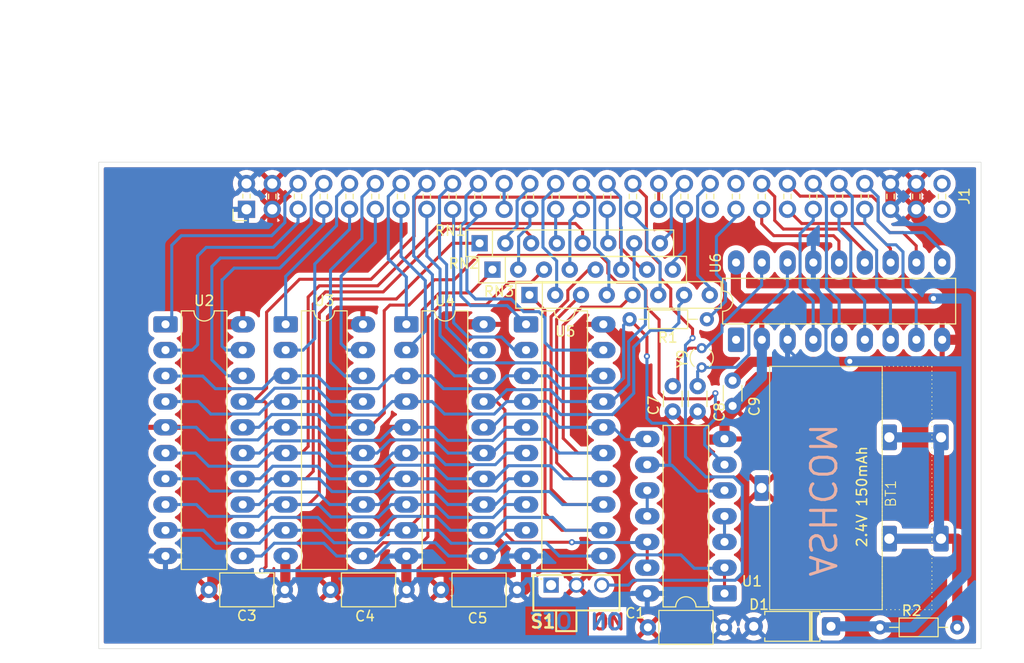
<source format=kicad_pcb>
(kicad_pcb (version 20241229) (generator "pcbnew") (generator_version "9.0")
  (title_block (title "Ashcom 512Kb Expansion for an Amiga 500") (date "2025-07-23") (rev "1") (comment 1 "Reproduction of an Ashcom 512Kb Expansion card"))
  (layers (0 "F.Cu" signal) (2 "B.Cu" signal) (13 "F.Paste" user) (15 "B.Paste" user) (5 "F.SilkS" user "F.Silkscreen") (7 "B.SilkS" user "B.Silkscreen") (1 "F.Mask" user) (3 "B.Mask" user) (25 "Edge.Cuts" user))
  (net 0 "")
  (net 1 "VCC")
  (net 2 "GND")
  (net 3 "DRD0")
  (net 4 "DRD1")
  (net 5 "DRD2")
  (net 6 "DRD3")
  (net 7 "DRD4")
  (net 8 "DRD5")
  (net 9 "DRD6")
  (net 10 "DRD7")
  (net 11 "DRD8")
  (net 12 "DRD9")
  (net 13 "DRD10")
  (net 14 "DRD11")
  (net 15 "DRD12")
  (net 16 "DRD13")
  (net 17 "DRD14")
  (net 18 "DRD15")
  (net 19 "BDRA0")
  (net 20 "BDRA1")
  (net 21 "BDRA2")
  (net 22 "BDRA3")
  (net 23 "BDRA4")
  (net 24 "BDRA5")
  (net 25 "BDRA6")
  (net 26 "BDRA7")
  (net 27 "BDRA8")
  (net 28 "~{BCASL1}")
  (net 29 "~{BCASU1}")
  (net 30 "~{BRAS1}")
  (net 31 "~{BRAS0}")
  (net 32 "~{BWE}")
  (net 33 "~{CCK_A}")
  (net 34 "A2")
  (net 35 "A3")
  (net 36 "A4")
  (net 37 "A5")
  (net 38 "~{CLKRD}")
  (net 39 "~{CLKWR}")
  (net 40 "+12V")
  (net 41 "-12V")
  (net 42 "XA2")
  (net 43 "XA3")
  (net 44 "XA4")
  (net 45 "XA5")
  (net 46 "XD0")
  (net 47 "XD1")
  (net 48 "XD2")
  (net 49 "XD3")
  (net 50 "A1")
  (net 51 "A0")
  (net 52 "A6")
  (net 53 "A7")
  (net 54 "A8")
  (net 55 "~{CASU}")
  (net 56 "~{CASL}")
  (net 57 "~{RAS}")
  (net 58 "~{EXRAM}")
  (net 59 "~{WE}")
  (net 60 "XT")
  (net 61 "~{XT}")
  (net 62 "VDD")
  (net 63 "+2.4V")
  (net 64 "~{OEU}")
  (net 65 "~{OEL}")
  (net 66 "CASU")
  (net 67 "CASL")
  (net 68 "Link_33_34")
  (net 69 "Link_21_22")
  (footprint "Capacitor_THT:C_Disc_D3.0mm_W1.6mm_P2.50mm" (layer "F.Cu") (at 134.75 80.05 -90)
    (property "Reference" "C9")
    (property "Value" "100nF")
  )
  (footprint "Capacitor_THT:C_Disc_D3.0mm_W1.6mm_P2.50mm" (layer "F.Cu") (at 128.85 80.6 -90)
    (property "Reference" "C7")
    (property "Value" "22pF")
  )
  (footprint "footprints:Varta_2.4v_150mAh" (layer "F.Cu") (at 144.1 90.65 90)
    (property "Reference" "BT1")
    (property "Value" "2.4V 150mAh")
  )
  (footprint "Crystal:Crystal_C26-LF_D2.1mm_L6.5mm_Vertical" (layer "F.Cu") (at 131.7 76.85 -90)
    (property "Reference" "Y9")
    (property "Value" "32768Hz")
  )
  (footprint "Capacitor_THT:C_Axial_L5.1mm_D3.1mm_P7.50mm_Horizontal" (layer "F.Cu") (at 126.4 104.4)
    (property "Reference" "C1")
    (property "Value" "100nF")
  )
  (footprint "Resistor_THT:R_Array_SIP8" (layer "F.Cu") (at 109.8 66.5)
    (property "Reference" "RN1")
    (property "Value" "22")
  )
  (footprint "Diode_THT:D_A-405_P7.62mm_Horizontal" (layer "F.Cu") (at 144.45 104.3 180)
    (property "Reference" "D1")
    (property "Value" "1N914")
  )
  (footprint "Package_DIP:DIP-14_W7.62mm_LongPads" (layer "F.Cu") (at 133.95 101.05 180)
    (property "Reference" "U1")
    (property "Value" "74LS00N")
  )
  (footprint "footprints:780565" (layer "F.Cu") (at 116.85 100.23)
    (property "Reference" "S1")
    (property "Value" "Enable/Disable" (hide yes))
  )
  (footprint "Package_DIP:DIP-20_W7.62mm_LongPads" (layer "F.Cu") (at 78.83 74.5)
    (property "Reference" "U2")
    (property "Value" "256kb x 4")
  )
  (footprint "Resistor_THT:R_Array_SIP8" (layer "F.Cu") (at 114.72 71.6)
    (property "Reference" "RN3")
    (property "Value" "22")
  )
  (footprint "Package_DIP:DIP-20_W7.62mm_LongPads" (layer "F.Cu") (at 102.58 74.5)
    (property "Reference" "U4")
    (property "Value" "256kb x 4")
  )
  (footprint "Connector_PinSocket_2.54mm:PinSocket_2x28_P2.54mm_Horizontal" (layer "F.Cu") (at 86.82 63.15)
    (property "Reference" "J1")
    (property "Value" "PinSocket_2x28_P2.54mm_Horizontal")
  )
  (footprint "Capacitor_THT:C_Axial_L5.1mm_D3.1mm_P7.50mm_Horizontal" (layer "F.Cu") (at 83.1 100.7)
    (property "Reference" "C3")
    (property "Value" "100nF")
  )
  (footprint "Package_DIP:DIP-20_W7.62mm_LongPads" (layer "F.Cu") (at 114.38 74.5)
    (property "Reference" "U5")
    (property "Value" "256kb x 4")
  )
  (footprint "Package_DIP:DIP-18_W7.62mm_LongPads" (layer "F.Cu") (at 135.09 76.02 90)
    (property "Reference" "U6")
    (property "Value" "M6242B")
  )
  (footprint "Resistor_THT:R_Axial_DIN0204_L3.6mm_D1.6mm_P7.62mm_Horizontal" (layer "F.Cu") (at 124.59 74)
    (property "Reference" "R1")
    (property "Value" "510")
  )
  (footprint "Resistor_THT:R_Axial_DIN0204_L3.6mm_D1.6mm_P7.62mm_Horizontal" (layer "F.Cu") (at 149.28 104.4)
    (property "Reference" "R2")
    (property "Value" "47")
  )
  (footprint "Resistor_THT:R_Array_SIP8" (layer "F.Cu") (at 111.07 69.1)
    (property "Reference" "RN2")
    (property "Value" "22")
  )
  (footprint "Capacitor_THT:C_Axial_L5.1mm_D3.1mm_P7.50mm_Horizontal" (layer "F.Cu") (at 95.1 100.7)
    (property "Reference" "C4")
    (property "Value" "100nF")
  )
  (footprint "Capacitor_THT:C_Disc_D3.0mm_W1.6mm_P2.50mm" (layer "F.Cu") (at 131.3 80.6 -90)
    (property "Reference" "C8")
    (property "Value" "22pF")
  )
  (footprint "Package_DIP:DIP-20_W7.62mm_LongPads" (layer "F.Cu") (at 90.68 74.5)
    (property "Reference" "U3")
    (property "Value" "256kb x 4")
  )
  (footprint "Capacitor_THT:C_Axial_L5.1mm_D3.1mm_P7.50mm_Horizontal" (layer "F.Cu") (at 106 100.7)
    (property "Reference" "C5")
    (property "Value" "100nF")
  )
  (gr_rect (start 72.25 58.5) (end 159.25 106.5) (stroke (width 0.05)) (fill no) (layer "Edge.Cuts"))
  (gr_text "ON" (at 120.75 104.75 0) (layer "F.Cu") (effects (font (size 1.5 1.5) (thickness 0.3) (bold yes)) (justify left bottom)))
  (gr_text "OFF" (at 119.1 104.7 0) (layer "B.Cu") (effects (font (size 1.5 1.5) (thickness 0.3) (bold yes)) (justify left bottom mirror)))
  (gr_text "ON" (at 124.1 104.75 0) (layer "B.Cu") (effects (font (size 1.5 1.5) (thickness 0.3) (bold yes)) (justify left bottom mirror)))
  (gr_text "ASHCOM" (at 142.1 99.6 270) (layer "B.SilkS") (effects (font (size 2.5 2.5) (thickness 0.3)) (justify left bottom mirror)))
  (segment (start 114.38 97.36) (end 114.38 100.57) (width 1) (layer "F.Cu") (net 1))
  (segment (start 114.25 100.25) (end 114.35 100.15) (width 1) (layer "F.Cu") (net 1))
  (segment (start 150.32 60.61) (end 150.32 63.15) (width 1) (layer "F.Cu") (net 1))
  (segment (start 102.58 97.36) (end 102.58 100.68) (width 1) (layer "F.Cu") (net 1))
  (segment (start 114.38 100.57) (end 114.25 100.7) (width 1) (layer "F.Cu") (net 1))
  (segment (start 114.25 100.7) (end 114.25 100.25) (width 1) (layer "F.Cu") (net 1))
  (segment (start 90.65 100.75) (end 90.65 97.39) (width 1) (layer "F.Cu") (net 1))
  (segment (start 102.58 100.68) (end 102.65 100.75) (width 1) (layer "F.Cu") (net 1))
  (segment (start 90.65 97.39) (end 90.68 97.36) (width 1) (layer "F.Cu") (net 1))
  (segment (start 143.95 77.7) (end 143.95 72.1) (width 0.3) (layer "B.Cu") (net 1))
  (segment (start 140.15 76.9) (end 141.4 78.15) (width 0.3) (layer "B.Cu") (net 1))
  (segment (start 143.95 72.1) (end 142.69 70.84) (width 0.3) (layer "B.Cu") (net 1))
  (segment (start 142.97 68.58) (end 142.95 68.6) (width 1) (layer "B.Cu") (net 1))
  (segment (start 142.69 70.84) (end 142.69 68.4) (width 0.3) (layer "B.Cu") (net 1))
  (segment (start 143.5 78.15) (end 143.95 77.7) (width 0.3) (layer "B.Cu") (net 1))
  (segment (start 140.15 76.02) (end 140.15 76.9) (width 1) (layer "B.Cu") (net 1))
  (segment (start 102.45 97.49) (end 102.58 97.36) (width 1) (layer "B.Cu") (net 1))
  (segment (start 141.4 78.15) (end 143.5 78.15) (width 0.3) (layer "B.Cu") (net 1))
  (segment (start 83.45 70.8) (end 89.36 64.89) (width 1) (layer "F.Cu") (net 2))
  (segment (start 95.65 74.5) (end 95.65 100.8) (width 1) (layer "F.Cu") (net 2))
  (segment (start 83.45 74.5) (end 83.45 70.8) (width 1) (layer "F.Cu") (net 2))
  (segment (start 152.86 64.01) (end 152.86 63.15) (width 1) (layer "F.Cu") (net 2))
  (segment (start 122.05 74.5) (end 122 74.5) (width 1) (layer "F.Cu") (net 2))
  (segment (start 157.72 76.02) (end 155.39 76.02) (width 1) (layer "F.Cu") (net 2))
  (segment (start 128.05 84.15) (end 124.2 84.15) (width 1) (layer "F.Cu") (net 2))
  (segment (start 133.95 84) (end 135.95 82) (width 1) (layer "F.Cu") (net 2))
  (segment (start 83.45 74.5) (end 86.45 74.5) (width 1) (layer "F.Cu") (net 2))
  (segment (start 157.75 76.05) (end 157.72 76.02) (width 1) (layer "F.Cu") (net 2))
  (segment (start 110.2 74.5) (end 107.05 74.5) (width 1) (layer "F.Cu") (net 2))
  (segment (start 133.95 85.87) (end 133.95 84) (width 1) (layer "F.Cu") (net 2))
  (segment (start 152.86 60.61) (end 152.86 63.15) (width 1) (layer "F.Cu") (net 2))
  (segment (start 135.95 82) (end 155.15 82) (width 1) (layer "F.Cu") (net 2))
  (segment (start 89.36 64.89) (end 89.36 63.15) (width 1) (layer "F.Cu") (net 2))
  (segment (start 133.95 85.87) (end 129.77 85.87) (width 1) (layer "F.Cu") (net 2))
  (segment (start 155.15 82) (end 155.15 81.9) (width 1) (layer "F.Cu") (net 2))
  (segment (start 122.15 74.5) (end 122 74.5) (width 1) (layer "F.Cu") (net 2))
  (segment (start 107.05 74.5) (end 106.75 74.8) (width 1) (layer "F.Cu") (net 2))
  (segment (start 157.75 79.3) (end 157.75 76.05) (width 1) (layer "F.Cu") (net 2))
  (segment (start 106.75 100.5) (end 107 100.75) (width 1) (layer "F.Cu") (net 2))
  (segment (start 124.2 76.55) (end 122.15 74.5) (width 1) (layer "F.Cu") (net 2))
  (segment (start 157.75 65.05) (end 153.9 65.05) (width 1) (layer "F.Cu") (net 2))
  (segment (start 98.3 74.5) (end 95.65 74.5) (width 1) (layer "F.Cu") (net 2))
  (segment (start 153.9 65.05) (end 152.86 64.01) (width 1) (layer "F.Cu") (net 2))
  (segment (start 89.36 60.61) (end 89.36 63.15) (width 1) (layer "F.Cu") (net 2))
  (segment (start 129.77 85.87) (end 128.05 84.15) (width 1) (layer "F.Cu") (net 2))
  (segment (start 83.45 100.75) (end 83.45 74.5) (width 1) (layer "F.Cu") (net 2))
  (segment (start 155.15 81.9) (end 157.75 79.3) (width 1) (layer "F.Cu") (net 2))
  (segment (start 106.75 74.8) (end 106.75 100.5) (width 1) (layer "F.Cu") (net 2))
  (segment (start 133.95 85.87) (end 133.42 85.87) (width 1) (layer "F.Cu") (net 2))
  (segment (start 157.75 76.05) (end 157.75 65.05) (width 1) (layer "F.Cu") (net 2))
  (segment (start 124.2 84.15) (end 124.2 76.55) (width 1) (layer "F.Cu") (net 2))
  (segment (start 112.3942 84.66) (end 114.38 84.66) (width 0.3) (layer "B.Cu") (net 2))
  (segment (start 89.19 84.66) (end 87.95 85.9) (width 0.3) (layer "B.Cu") (net 2))
  (segment (start 83.1 85.9) (end 81.86 84.66) (width 0.3) (layer "B.Cu") (net 2))
  (segment (start 100 85.95) (end 101.29 84.66) (width 0.3) (layer "B.Cu") (net 2))
  (segment (start 102.58 84.66) (end 105.36 84.66) (width 0.3) (layer "B.Cu") (net 2))
  (segment (start 106.65 85.95) (end 111.1042 85.95) (width 0.3) (layer "B.Cu") (net 2))
  (segment (start 111.1042 85.95) (end 112.3942 84.66) (width 0.3) (layer "B.Cu") (net 2))
  (segment (start 90.68 84.66) (end 93.81 84.66) (width 0.3) (layer "B.Cu") (net 2))
  (segment (start 137.63 76.02) (end 137.63 79.67) (width 1) (layer "B.Cu") (net 2))
  (segment (start 101.29 84.66) (end 102.58 84.66) (width 0.3) (layer "B.Cu") (net 2))
  (segment (start 90.68 84.66) (end 89.19 84.66) (width 0.3) (layer "B.Cu") (net 2))
  (segment (start 95.1 85.95) (end 100 85.95) (width 0.3) (layer "B.Cu") (net 2))
  (segment (start 93.81 84.66) (end 95.1 85.95) (width 0.3) (layer "B.Cu") (net 2))
  (segment (start 105.36 84.66) (end 106.65 85.95) (width 0.3) (layer "B.Cu") (net 2))
  (segment (start 87.95 85.9) (end 83.1 85.9) (width 0.3) (layer "B.Cu") (net 2))
  (segment (start 137.63 79.67) (end 134.75 82.55) (width 1) (layer "B.Cu") (net 2))
  (segment (start 81.86 84.66) (end 78.83 84.66) (width 0.3) (layer "B.Cu") (net 2))
  (segment (start 81.46 77.04) (end 78.83 77.04) (width 0.3) (layer "B.Cu") (net 3))
  (segment (start 82 67.75) (end 82 76.5) (width 0.3) (layer "B.Cu") (net 3))
  (segment (start 91.9 64.451041) (end 89.451041 66.9) (width 0.3) (layer "B.Cu") (net 3))
  (segment (start 89.451041 66.9) (end 82.85 66.9) (width 0.3) (layer "B.Cu") (net 3))
  (segment (start 91.9 63.15) (end 91.9 64.451041) (width 0.3) (layer "B.Cu") (net 3))
  (segment (start 82 76.5) (end 81.46 77.04) (width 0.3) (layer "B.Cu") (net 3))
  (segment (start 82.85 66.9) (end 82 67.75) (width 0.3) (layer "B.Cu") (net 3))
  (segment (start 79.45 73.88) (end 78.83 74.5) (width 0.3) (layer "B.Cu") (net 4))
  (segment (start 79.45 66.7) (end 79.45 73.88) (width 0.3) (layer "B.Cu") (net 4))
  (segment (start 80.4 65.75) (end 79.45 66.7) (width 0.3) (layer "B.Cu") (net 4))
  (segment (start 89.3 65.75) (end 80.4 65.75) (width 0.3) (layer "B.Cu") (net 4))
  (segment (start 90.6 64.45) (end 89.3 65.75) (width 0.3) (layer "B.Cu") (net 4))
  (segment (start 90.6 61.91) (end 90.6 64.45) (width 0.3) (layer "B.Cu") (net 4))
  (segment (start 91.9 60.61) (end 90.6 61.91) (width 0.3) (layer "B.Cu") (net 4))
  (segment (start 84.81 77.04) (end 86.45 77.04) (width 0.3) (layer "B.Cu") (net 5))
  (segment (start 85.6 68.95) (end 84.45 70.1) (width 0.3) (layer "B.Cu") (net 5))
  (segment (start 84.45 70.1) (end 84.4 70.1) (width 0.3) (layer "B.Cu") (net 5))
  (segment (start 84.8 77.05) (end 84.81 77.04) (width 0.3) (layer "B.Cu") (net 5))
  (segment (start 94.44 63.15) (end 94.44 64.61) (width 0.3) (layer "B.Cu") (net 5))
  (segment (start 94.44 64.61) (end 90.1 68.95) (width 0.3) (layer "B.Cu") (net 5))
  (segment (start 90.1 68.95) (end 85.6 68.95) (width 0.3) (layer "B.Cu") (net 5))
  (segment (start 84.4 70.1) (end 84.4 76.65) (width 0.3) (layer "B.Cu") (net 5))
  (segment (start 84.4 76.65) (end 84.8 77.05) (width 0.3) (layer "B.Cu") (net 5))
  (segment (start 84.25 67.95) (end 83.4 68.8) (width 0.3) (layer "B.Cu") (net 6))
  (segment (start 89.8 67.95) (end 84.25 67.95) (width 0.3) (layer "B.Cu") (net 6))
  (segment (start 94.44 60.61) (end 93.2 61.85) (width 0.3) (layer "B.Cu") (net 6))
  (segment (start 84.98 79.58) (end 86.45 79.58) (width 0.3) (layer "B.Cu") (net 6))
  (segment (start 83.4 78) (end 84.98 79.58) (width 0.3) (layer "B.Cu") (net 6))
  (segment (start 83.4 68.8) (end 83.4 78) (width 0.3) (layer "B.Cu") (net 6))
  (segment (start 93.2 64.55) (end 89.8 67.95) (width 0.3) (layer "B.Cu") (net 6))
  (segment (start 93.2 61.85) (end 93.2 64.55) (width 0.3) (layer "B.Cu") (net 6))
  (segment (start 92.41 77.04) (end 93.55 75.9) (width 0.3) (layer "B.Cu") (net 7))
  (segment (start 96.98 65.12) (end 96.98 63.15) (width 0.3) (layer "B.Cu") (net 7))
  (segment (start 93.55 68.55) (end 96.98 65.12) (width 0.3) (layer "B.Cu") (net 7))
  (segment (start 93.55 75.9) (end 93.55 68.55) (width 0.3) (layer "B.Cu") (net 7))
  (segment (start 90.68 77.04) (end 92.41 77.04) (width 0.3) (layer "B.Cu") (net 7))
  (segment (start 95.7 64.75) (end 95.7 61.89) (width 0.3) (layer "B.Cu") (net 8))
  (segment (start 90.68 69.77) (end 95.7 64.75) (width 0.3) (layer "B.Cu") (net 8))
  (segment (start 90.68 74.5) (end 90.68 69.77) (width 0.3) (layer "B.Cu") (net 8))
  (segment (start 95.7 61.89) (end 96.98 60.61) (width 0.3) (layer "B.Cu") (net 8))
  (segment (start 99.52 63.15) (end 99.52 66.38) (width 0.3) (layer "B.Cu") (net 9))
  (segment (start 96.15 69.75) (end 96.15 76.4) (width 0.3) (layer "B.Cu") (net 9))
  (segment (start 99.52 66.38) (end 96.15 69.75) (width 0.3) (layer "B.Cu") (net 9))
  (segment (start 96.79 77.04) (end 98.3 77.04) (width 0.3) (layer "B.Cu") (net 9))
  (segment (start 96.15 76.4) (end 96.79 77.04) (width 0.3) (layer "B.Cu") (net 9))
  (segment (start 96.5 79.6) (end 95.1 78.2) (width 0.3) (layer "B.Cu") (net 10))
  (segment (start 98.2 66.05) (end 98.2 61.93) (width 0.3) (layer "B.Cu") (net 10))
  (segment (start 96.52 79.58) (end 96.5 79.6) (width 0.3) (layer "B.Cu") (net 10))
  (segment (start 98.3 79.58) (end 96.52 79.58) (width 0.3) (layer "B.Cu") (net 10))
  (segment (start 95.1 78.2) (end 95.1 69.15) (width 0.3) (layer "B.Cu") (net 10))
  (segment (start 95.1 69.15) (end 98.2 66.05) (width 0.3) (layer "B.Cu") (net 10))
  (segment (start 98.2 61.93) (end 99.52 60.61) (width 0.3) (layer "B.Cu") (net 10))
  (segment (start 104.45 75.17) (end 102.58 77.04) (width 0.3) (layer "B.Cu") (net 11))
  (segment (start 102.06 63.15) (end 102.06 67.793389) (width 0.3) (layer "B.Cu") (net 11))
  (segment (start 102.06 67.793389) (end 104.45 70.183389) (width 0.3) (layer "B.Cu") (net 11))
  (segment (start 104.45 70.183389) (end 104.45 75.17) (width 0.3) (layer "B.Cu") (net 11))
  (segment (start 100.8 68.05) (end 102.58 69.83) (width 0.3) (layer "B.Cu") (net 12))
  (segment (start 102.06 60.61) (end 100.8 61.87) (width 0.3) (layer "B.Cu") (net 12))
  (segment (start 100.8 61.87) (end 100.8 68.05) (width 0.3) (layer "B.Cu") (net 12))
  (segment (start 102.58 69.83) (end 102.58 74.5) (width 0.3) (layer "B.Cu") (net 12))
  (segment (start 117.78 79.58) (end 116.5 78.3) (width 0.3) (layer "B.Cu") (net 13))
  (segment (start 105.9 75.6) (end 105.9 69.05) (width 0.3) (layer "B.Cu") (net 13))
  (segment (start 116.5 78.3) (end 108.6 78.3) (width 0.3) (layer "B.Cu") (net 13))
  (segment (start 104.6 67.75) (end 104.6 63.15) (width 0.3) (layer "B.Cu") (net 13))
  (segment (start 105.9 69.05) (end 104.6 67.75) (width 0.3) (layer "B.Cu") (net 13))
  (segment (start 108.6 78.3) (end 105.9 75.6) (width 0.3) (layer "B.Cu") (net 13))
  (segment (start 122 79.58) (end 117.78 79.58) (width 0.3) (layer "B.Cu") (net 13))
  (segment (start 103.3 67.75) (end 105.15 69.6) (width 0.3) (layer "B.Cu") (net 14))
  (segment (start 105.15 69.6) (end 105.15 77.4) (width 0.3) (layer "B.Cu") (net 14))
  (segment (start 104.6 60.61) (end 103.3 61.91) (width 0.3) (layer "B.Cu") (net 14))
  (segment (start 107.33 79.58) (end 110.2 79.58) (width 0.3) (layer "B.Cu") (net 14))
  (segment (start 105.15 77.4) (end 107.33 79.58) (width 0.3) (layer "B.Cu") (net 14))
  (segment (start 103.3 61.91) (end 103.3 67.75) (width 0.3) (layer "B.Cu") (net 14))
  (segment (start 108.65 75.75) (end 111.95 75.75) (width 0.3) (layer "B.Cu") (net 15))
  (segment (start 111.95 75.75) (end 113.24 77.04) (width 0.3) (layer "B.Cu") (net 15))
  (segment (start 107.14 63.15) (end 107.242083 63.252083) (width 0.3) (layer "B.Cu") (net 15))
  (segment (start 107.242083 74.342083) (end 108.65 75.75) (width 0.3) (layer "B.Cu") (net 15))
  (segment (start 113.24 77.04) (end 114.38 77.04) (width 0.3) (layer "B.Cu") (net 15))
  (segment (start 107.242083 63.252083) (end 107.242083 74.342083) (width 0.3) (layer "B.Cu") (net 15))
  (segment (start 105.85 67.897043) (end 106.55 68.597043) (width 0.3) (layer "B.Cu") (net 16))
  (segment (start 106.55 74.79) (end 108.8 77.04) (width 0.3) (layer "B.Cu") (net 16))
  (segment (start 105.85 61.9) (end 105.85 67.897043) (width 0.3) (layer "B.Cu") (net 16))
  (segment (start 107.14 60.61) (end 105.85 61.9) (width 0.3) (layer "B.Cu") (net 16))
  (segment (start 108.8 77.04) (end 110.2 77.04) (width 0.3) (layer "B.Cu") (net 16))
  (segment (start 106.55 68.597043) (end 106.55 74.79) (width 0.3) (layer "B.Cu") (net 16))
  (segment (start 116.99 77.04) (end 116.25 76.3) (width 0.3) (layer "B.Cu") (net 17))
  (segment (start 116.25 76.3) (end 116.25 73.85) (width 0.3) (layer "B.Cu") (net 17))
  (segment (start 108.55 71.15) (end 108.55 64.95) (width 0.3) (layer "B.Cu") (net 17))
  (segment (start 112.9 72) (end 109.4 72) (width 0.3) (layer "B.Cu") (net 17))
  (segment (start 109.4 72) (end 108.55 71.15) (width 0.3) (layer "B.Cu") (net 17))
  (segment (start 122 77.04) (end 116.99 77.04) (width 0.3) (layer "B.Cu") (net 17))
  (segment (start 108.55 64.95) (end 109.68 63.82) (width 0.3) (layer "B.Cu") (net 17))
  (segment (start 114.15 73.25) (end 112.9 72) (width 0.3) (layer "B.Cu") (net 17))
  (segment (start 116.25 73.85) (end 115.65 73.25) (width 0.3) (layer "B.Cu") (net 17))
  (segment (start 115.65 73.25) (end 114.15 73.25) (width 0.3) (layer "B.Cu") (net 17))
  (segment (start 109.68 63.82) (end 109.68 63.15) (width 0.3) (layer "B.Cu") (net 17))
  (segment (start 107.95 64.7829) (end 107.95 71.7) (width 0.3) (layer "B.Cu") (net 18))
  (segment (start 109.68 60.61) (end 108.460544 61.829456) (width 0.3) (layer "B.Cu") (net 18))
  (segment (start 108.9 72.65) (end 112.53 72.65) (width 0.3) (layer "B.Cu") (net 18))
  (segment (start 112.53 72.65) (end 114.38 74.5) (width 0.3) (layer "B.Cu") (net 18))
  (segment (start 108.460544 61.829456) (end 108.460544 64.272356) (width 0.3) (layer "B.Cu") (net 18))
  (segment (start 108.460544 64.272356) (end 107.95 64.7829) (width 0.3) (layer "B.Cu") (net 18))
  (segment (start 107.95 71.7) (end 108.9 72.65) (width 0.3) (layer "B.Cu") (net 18))
  (segment (start 114.76 64.74) (end 113.65 65.85) (width 0.3) (layer "B.Cu") (net 19))
  (segment (start 113.65 65.85) (end 113.65 68.59) (width 0.3) (layer "B.Cu") (net 19))
  (segment (start 113.65 68.59) (end 114.26 69.2) (width 0.3) (layer "B.Cu") (net 19))
  (segment (start 114.76 63.15) (end 114.76 64.74) (width 0.3) (layer "B.Cu") (net 19))
  (segment (start 113.5 62.3) (end 113.5 64.8) (width 0.3) (layer "B.Cu") (net 20))
  (segment (start 113.5 64.8) (end 112.34 65.96) (width 0.3) (layer "B.Cu") (net 20))
  (segment (start 112.34 65.96) (end 112.34 66.5) (width 0.3) (layer "B.Cu") (net 20))
  (segment (start 114.76 61.04) (end 113.5 62.3) (width 0.3) (layer "B.Cu") (net 20))
  (segment (start 114.76 60.61) (end 114.76 61.04) (width 0.3) (layer "B.Cu") (net 20))
  (segment (start 117.3 63.15) (end 117.3 66.38) (width 0.3) (layer "B.Cu") (net 21))
  (segment (start 117.3 66.38) (end 117.42 66.5) (width 0.3) (layer "B.Cu") (net 21))
  (segment (start 116.05 66.89295) (end 117.4 68.24295) (width 0.3) (layer "B.Cu") (net 22))
  (segment (start 117.3 60.61) (end 117.3 61) (width 0.3) (layer "B.Cu") (net 22))
  (segment (start 117.4 68.24295) (end 117.4 71.46) (width 0.3) (layer "B.Cu") (net 22))
  (segment (start 116.05 62.25) (end 116.05 66.89295) (width 0.3) (layer "B.Cu") (net 22))
  (segment (start 117.4 71.46) (end 117.26 71.6) (width 0.3) (layer "B.Cu") (net 22))
  (segment (start 117.3 61) (end 116.05 62.25) (width 0.3) (layer "B.Cu") (net 22))
  (segment (start 119.84 63.15) (end 118.7 64.29) (width 0.3) (layer "B.Cu") (net 23))
  (segment (start 118.7 64.29) (end 118.7 68.56) (width 0.3) (layer "B.Cu") (net 23))
  (segment (start 118.7 68.56) (end 119.34 69.2) (width 0.3) (layer "B.Cu") (net 23))
  (segment (start 121.15 61.92) (end 119.84 60.61) (width 0.3) (layer "B.Cu") (net 24))
  (segment (start 121.15 66.91295) (end 121.15 61.92) (width 0.3) (layer "B.Cu") (net 24))
  (segment (start 122.34 71.6) (end 122.55 71.39) (width 0.3) (layer "B.Cu") (net 24))
  (segment (start 122.55 71.39) (end 122.55 68.31295) (width 0.3) (layer "B.Cu") (net 24))
  (segment (start 122.55 68.31295) (end 121.15 66.91295) (width 0.3) (layer "B.Cu") (net 24))
  (segment (start 122.38 63.15) (end 122.38 66.38) (width 0.3) (layer "B.Cu") (net 25))
  (segment (start 122.38 66.38) (end 122.5 66.5) (width 0.3) (layer "B.Cu") (net 25))
  (segment (start 123.7 61.93) (end 123.7 64.85) (width 0.3) (layer "B.Cu") (net 26))
  (segment (start 123.8 68.58) (end 124.42 69.2) (width 0.3) (layer "B.Cu") (net 26))
  (segment (start 123.7 64.85) (end 123.77 64.92) (width 0.3) (layer "B.Cu") (net 26))
  (segment (start 122.38 60.61) (end 123.7 61.93) (width 0.3) (layer "B.Cu") (net 26))
  (segment (start 123.77 64.92) (end 123.77 69.1) (width 0.3) (layer "B.Cu") (net 26))
  (segment (start 124.92 63.77) (end 126.3 65.15) (width 0.3) (layer "B.Cu") (net 27))
  (segment (start 127.6 68.4) (end 127.6 71.42) (width 0.3) (layer "B.Cu") (net 27))
  (segment (start 124.92 63.15) (end 124.92 63.77) (width 0.3) (layer "B.Cu") (net 27))
  (segment (start 126.3 67.1) (end 127.6 68.4) (width 0.3) (layer "B.Cu") (net 27))
  (segment (start 126.3 65.15) (end 126.3 67.1) (width 0.3) (layer "B.Cu") (net 27))
  (segment (start 127.6 71.42) (end 127.42 71.6) (width 0.3) (layer "B.Cu") (net 27))
  (segment (start 128.85 68.35) (end 128.85 69.1) (width 0.3) (layer "B.Cu") (net 28))
  (segment (start 130 63.15) (end 130 67.2) (width 0.3) (layer "B.Cu") (net 28))
  (segment (start 130 67.2) (end 128.85 68.35) (width 0.3) (layer "B.Cu") (net 28))
  (segment (start 130 60.61) (end 128.7 61.91) (width 0.3) (layer "B.Cu") (net 29))
  (segment (start 128.7 65.38) (end 127.58 66.5) (width 0.3) (layer "B.Cu") (net 29))
  (segment (start 128.7 61.91) (end 128.7 65.38) (width 0.3) (layer "B.Cu") (net 29))
  (segment (start 132.5 71.6) (end 132.5 70.85) (width 0.3) (layer "B.Cu") (net 31))
  (segment (start 132.5 70.85) (end 131.3 69.65) (width 0.3) (layer "B.Cu") (net 31))
  (segment (start 131.3 69.65) (end 131.3 61.85) (width 0.3) (layer "B.Cu") (net 31))
  (segment (start 131.3 61.85) (end 132.54 60.61) (width 0.3) (layer "B.Cu") (net 31))
  (segment (start 134.05 70.45) (end 134.05 72.22) (width 0.3) (layer "B.Cu") (net 32))
  (segment (start 133.15 65.833592) (end 133.15 69.55) (width 0.3) (layer "B.Cu") (net 32))
  (segment (start 133.15 69.55) (end 134.05 70.45) (width 0.3) (layer "B.Cu") (net 32))
  (segment (start 135.08 63.903592) (end 133.15 65.833592) (width 0.3) (layer "B.Cu") (net 32))
  (segment (start 134.05 72.22) (end 132.22 74.05) (width 0.3) (layer "B.Cu") (net 32))
  (segment (start 135.08 63.15) (end 135.08 63.903592) (width 0.3) (layer "B.Cu") (net 32))
  (segment (start 114.15 65.1) (end 106.5 65.1) (width 0.3) (layer "F.Cu") (net 34))
  (segment (start 114.88 65.83) (end 114.15 65.1) (width 0.3) (layer "F.Cu") (net 34))
  (segment (start 114.88 66.5) (end 114.88 65.83) (width 0.3) (layer "F.Cu") (net 34))
  (segment (start 93.4 89) (end 92.66 89.74) (width 0.3) (layer "F.Cu") (net 34))
  (segment (start 106.5 65.1) (end 100.3 71.3) (width 0.3) (layer "F.Cu") (net 34))
  (segment (start 100.3 71.3) (end 94.6 71.3) (width 0.3) (layer "F.Cu") (net 34))
  (segment (start 93.4 72.5) (end 93.4 89) (width 0.3) (layer "F.Cu") (net 34))
  (segment (start 94.6 71.3) (end 93.4 72.5) (width 0.3) (layer "F.Cu") (net 34))
  (segment (start 92.66 89.74) (end 90.68 89.74) (width 0.3) (layer "F.Cu") (net 34))
  (segment (start 102.58 89.74) (end 105.39 89.74) (width 0.3) (layer "B.Cu") (net 34))
  (segment (start 90.68 89.74) (end 89.26 89.74) (width 0.3) (layer "B.Cu") (net 34))
  (segment (start 106.6 90.95) (end 111.45 90.95) (width 0.3) (layer "B.Cu") (net 34))
  (segment (start 111.45 90.95) (end 112.66 89.74) (width 0.3) (layer "B.Cu") (net 34))
  (segment (start 95.25 91) (end 99.7 91) (width 0.3) (layer "B.Cu") (net 34))
  (segment (start 88.05 90.95) (end 83.2 90.95) (width 0.3) (layer "B.Cu") (net 34))
  (segment (start 89.26 89.74) (end 88.05 90.95) (width 0.3) (layer "B.Cu") (net 34))
  (segment (start 100.96 89.74) (end 102.58 89.74) (width 0.3) (layer "B.Cu") (net 34))
  (segment (start 93.99 89.74) (end 95.25 91) (width 0.3) (layer "B.Cu") (net 34))
  (segment (start 112.66 89.74) (end 114.38 89.74) (width 0.3) (layer "B.Cu") (net 34))
  (segment (start 83.2 90.95) (end 81.99 89.74) (width 0.3) (layer "B.Cu") (net 34))
  (segment (start 105.39 89.74) (end 106.6 90.95) (width 0.3) (layer "B.Cu") (net 34))
  (segment (start 99.7 91) (end 100.96 89.74) (width 0.3) (layer "B.Cu") (net 34))
  (segment (start 90.68 89.74) (end 93.99 89.74) (width 0.3) (layer "B.Cu") (net 34))
  (segment (start 81.99 89.74) (end 78.83 89.74) (width 0.3) (layer "B.Cu") (net 34))
  (segment (start 116.25 73.13) (end 116.25 93.15) (width 0.3) (layer "F.Cu") (net 35))
  (segment (start 116.25 93.15) (end 117.92 94.82) (width 0.3) (layer "F.Cu") (net 35))
  (segment (start 117.92 94.82) (end 122 94.82) (width 0.3) (layer "F.Cu") (net 35))
  (segment (start 114.72 71.6) (end 116.25 73.13) (width 0.3) (layer "F.Cu") (net 35))
  (segment (start 89.3 93.55) (end 93.85 93.55) (width 0.3) (layer "B.Cu") (net 35))
  (segment (start 118.27 94.82) (end 122 94.82) (width 0.3) (layer "B.Cu") (net 35))
  (segment (start 95.12 94.82) (end 98.3 94.82) (width 0.3) (layer "B.Cu") (net 35))
  (segment (start 117 93.55) (end 118.27 94.82) (width 0.3) (layer "B.Cu") (net 35))
  (segment (start 106.92 94.82) (end 110.2 94.82) (width 0.3) (layer "B.Cu") (net 35))
  (segment (start 93.85 93.55) (end 95.12 94.82) (width 0.3) (layer "B.Cu") (net 35))
  (segment (start 112.45 93.55) (end 117 93.55) (width 0.3) (layer "B.Cu") (net 35))
  (segment (start 99.93 94.82) (end 101.3 93.45) (width 0.3) (layer "B.Cu") (net 35))
  (segment (start 111.18 94.82) (end 112.45 93.55) (width 0.3) (layer "B.Cu") (net 35))
  (segment (start 88.03 94.82) (end 89.3 93.55) (width 0.3) (layer "B.Cu") (net 35))
  (segment (start 86.45 94.82) (end 88.03 94.82) (width 0.3) (layer "B.Cu") (net 35))
  (segment (start 101.3 93.45) (end 105.55 93.45) (width 0.3) (layer "B.Cu") (net 35))
  (segment (start 105.55 93.45) (end 106.92 94.82) (width 0.3) (layer "B.Cu") (net 35))
  (segment (start 98.3 94.82) (end 99.93 94.82) (width 0.3) (layer "B.Cu") (net 35))
  (segment (start 110.2 94.82) (end 111.18 94.82) (width 0.3) (layer "B.Cu") (net 35))
  (segment (start 100.3 96.05) (end 98.99 97.36) (width 0.3) (layer "F.Cu") (net 36))
  (segment (start 104.7 95.45) (end 104.1 96.05) (width 0.3) (layer "F.Cu") (net 36))
  (segment (start 112.7 70.35) (end 110.482 72.568) (width 0.3) (layer "F.Cu") (net 36))
  (segment (start 105.932 72.568) (end 104.7 73.8) (width 0.3) (layer "F.Cu") (net 36))
  (segment (start 98.99 97.36) (end 98.3 97.36) (width 0.3) (layer "F.Cu") (net 36))
  (segment (start 104.7 73.8) (end 104.7 95.45) (width 0.3) (layer "F.Cu") (net 36))
  (segment (start 104.1 96.05) (end 100.3 96.05) (width 0.3) (layer "F.Cu") (net 36))
  (segment (start 114.9 70.35) (end 112.7 70.35) (width 0.3) (layer "F.Cu") (net 36))
  (segment (start 116.15 69.1) (end 114.9 70.35) (width 0.3) (layer "F.Cu") (net 36))
  (segment (start 110.482 72.568) (end 105.932 72.568) (width 0.3) (layer "F.Cu") (net 36))
  (segment (start 117.66 97.36) (end 122 97.36) (width 0.3) (layer "B.Cu") (net 36))
  (segment (start 111.09 97.36) (end 112.4 96.05) (width 0.3) (layer "B.Cu") (net 36))
  (segment (start 106.76 97.36) (end 110.2 97.36) (width 0.3) (layer "B.Cu") (net 36))
  (segment (start 101 96.05) (end 105.45 96.05) (width 0.3) (layer "B.Cu") (net 36))
  (segment (start 86.45 97.36) (end 88.29 97.36) (width 0.3) (layer "B.Cu") (net 36))
  (segment (start 105.45 96.05) (end 106.76 97.36) (width 0.3) (layer "B.Cu") (net 36))
  (segment (start 89.55 96.1) (end 94.45 96.1) (width 0.3) (layer "B.Cu") (net 36))
  (segment (start 88.29 97.36) (end 89.55 96.1) (width 0.3) (layer "B.Cu") (net 36))
  (segment (start 99.69 97.36) (end 101 96.05) (width 0.3) (layer "B.Cu") (net 36))
  (segment (start 98.3 97.36) (end 99.69 97.36) (width 0.3) (layer "B.Cu") (net 36))
  (segment (start 95.71 97.36) (end 98.3 97.36) (width 0.3) (layer "B.Cu") (net 36))
  (segment (start 112.4 96.05) (end 116.35 96.05) (width 0.3) (layer "B.Cu") (net 36))
  (segment (start 116.35 96.05) (end 117.66 97.36) (width 0.3) (layer "B.Cu") (net 36))
  (segment (start 94.45 96.1) (end 95.71 97.36) (width 0.3) (layer "B.Cu") (net 36))
  (segment (start 110.2 97.36) (end 111.09 97.36) (width 0.3) (layer "B.Cu") (net 36))
  (segment (start 117.4 88.15) (end 117.4 74) (width 0.3) (layer "F.Cu") (net 37))
  (segment (start 117.4 74) (end 119.8 71.6) (width 0.3) (layer "F.Cu") (net 37))
  (segment (start 118.99 89.74) (end 117.4 88.15) (width 0.3) (layer "F.Cu") (net 37))
  (segment (start 122 89.74) (end 118.99 89.74) (width 0.3) (layer "F.Cu") (net 37))
  (segment (start 116.8 88.45) (end 118.09 89.74) (width 0.3) (layer "B.Cu") (net 37))
  (segment (start 106.64 89.74) (end 110.2 89.74) (width 0.3) (layer "B.Cu") (net 37))
  (segment (start 110.2 89.74) (end 111.36 89.74) (width 0.3) (layer "B.Cu") (net 37))
  (segment (start 93.8 88.5) (end 95.04 89.74) (width 0.3) (layer "B.Cu") (net 37))
  (segment (start 111.36 89.74) (end 112.65 88.45) (width 0.3) (layer "B.Cu") (net 37))
  (segment (start 105.3 88.4) (end 106.64 89.74) (width 0.3) (layer "B.Cu") (net 37))
  (segment (start 112.65 88.45) (end 116.8 88.45) (width 0.3) (layer "B.Cu") (net 37))
  (segment (start 88.16 89.74) (end 89.4 88.5) (width 0.3) (layer "B.Cu") (net 37))
  (segment (start 95.04 89.74) (end 98.3 89.74) (width 0.3) (layer "B.Cu") (net 37))
  (segment (start 86.45 89.74) (end 88.16 89.74) (width 0.3) (layer "B.Cu") (net 37))
  (segment (start 101.25 88.4) (end 105.3 88.4) (width 0.3) (layer "B.Cu") (net 37))
  (segment (start 89.4 88.5) (end 93.8 88.5) (width 0.3) (layer "B.Cu") (net 37))
  (segment (start 98.3 89.74) (end 99.91 89.74) (width 0.3) (layer "B.Cu") (net 37))
  (segment (start 99.91 89.74) (end 101.25 88.4) (width 0.3) (layer "B.Cu") (net 37))
  (segment (start 118.09 89.74) (end 122 89.74) (width 0.3) (layer "B.Cu") (net 37))
  (segment (start 147.78 63.15) (end 147.78 64.48) (width 0.3) (layer "B.Cu") (net 38))
  (segment (start 151.55 70.9) (end 152.85 72.2) (width 0.3) (layer "B.Cu") (net 38))
  (segment (start 151.55 67.35) (end 151.55 70.9) (width 0.3) (layer "B.Cu") (net 38))
  (segment (start 149.95 66.65) (end 150.85 66.65) (width 0.3) (layer "B.Cu") (net 38))
  (segment (start 150.85 66.65) (end 151.55 67.35) (width 0.3) (layer "B.Cu") (net 38))
  (segment (start 147.78 64.48) (end 149.95 66.65) (width 0.3) (layer "B.Cu") (net 38))
  (segment (start 152.85 72.2) (end 152.85 76.02) (width 0.3) (layer "B.Cu") (net 38))
  (segment (start 150.25 65.45) (end 149.1 64.3) (width 0.3) (layer "B.Cu") (net 39))
  (segment (start 155.39 67.24) (end 155.39 68.4) (width 0.3) (layer "B.Cu") (net 39))
  (segment (start 153.6 65.45) (end 155.39 67.24) (width 0.3) (layer "B.Cu") (net 39))
  (segment (start 153.6 65.45) (end 150.25 65.45) (width 0.3) (layer "B.Cu") (net 39))
  (segment (start 149.1 64.3) (end 149.1 61.93) (width 0.3) (layer "B.Cu") (net 39))
  (segment (start 149.1 61.93) (end 147.78 60.61) (width 0.3) (layer "B.Cu") (net 39))
  (segment (start 141.4 70.9) (end 142.69 72.19) (width 0.3) (layer "B.Cu") (net 42))
  (segment (start 142.7 63.15) (end 142.7 64.25) (width 0.3) (layer "B.Cu") (net 42))
  (segment (start 142.69 72.19) (end 142.69 76.02) (width 0.3) (layer "B.Cu") (net 42))
  (segment (start 141.4 65.55) (end 141.4 70.9) (width 0.3) (layer "B.Cu") (net 42))
  (segment (start 142.7 64.25) (end 141.4 65.55) (width 0.3) (layer "B.Cu") (net 42))
  (segment (start 142.7 60.61) (end 144 61.91) (width 0.3) (layer "B.Cu") (net 43))
  (segment (start 145.25 72.15) (end 145.25 75.94) (width 0.3) (layer "B.Cu") (net 43))
  (segment (start 144 61.91) (end 144 70.9) (width 0.3) (layer "B.Cu") (net 43))
  (segment (start 144 70.9) (end 145.25 72.15) (width 0.3) (layer "B.Cu") (net 43))
  (segment (start 147.77 72.17) (end 147.77 76.02) (width 0.3) (layer "B.Cu") (net 44))
  (segment (start 145.24 65.14) (end 146.4 66.3) (width 0.3) (layer "B.Cu") (net 44))
  (segment (start 146.4 66.3) (end 146.4 70.8) (width 0.3) (layer "B.Cu") (net 44))
  (segment (start 145.24 63.15) (end 145.24 65.14) (width 0.3) (layer "B.Cu") (net 44))
  (segment (start 146.4 70.8) (end 147.77 72.17) (width 0.3) (layer "B.Cu") (net 44))
  (segment (start 147.6 75.75) (end 148.05 76.2) (width 0.3) (layer "B.Cu") (net 44))
  (segment (start 148.95 70.85) (end 150.31 72.21) (width 0.3) (layer "B.Cu") (net 45))
  (segment (start 145.24 60.61) (end 146.548347 61.918347) (width 0.3) (layer "B.Cu") (net 45))
  (segment (start 148.95 67.184951) (end 148.95 70.85) (width 0.3) (layer "B.Cu") (net 45))
  (segment (start 150.31 72.21) (end 150.31 76.02) (width 0.3) (layer "B.Cu") (net 45))
  (segment (start 146.548347 64.783298) (end 148.95 67.184951) (width 0.3) (layer "B.Cu") (net 45))
  (segment (start 146.548347 61.918347) (end 146.548347 64.783298) (width 0.3) (layer "B.Cu") (net 45))
  (segment (start 145.23 66.28) (end 145.23 68.4) (width 0.3) (layer "F.Cu") (net 46))
  (segment (start 144.7 65.75) (end 145.23 66.28) (width 0.3) (layer "F.Cu") (net 46))
  (segment (start 137.62 64.567154) (end 138.802846 65.75) (width 0.3) (layer "F.Cu") (net 46))
  (segment (start 137.62 63.15) (end 137.62 64.567154) (width 0.3) (layer "F.Cu") (net 46))
  (segment (start 138.802846 65.75) (end 144.7 65.75) (width 0.3) (layer "F.Cu") (net 46))
  (segment (start 137.62 60.61) (end 138.9 61.89) (width 0.3) (layer "F.Cu") (net 47))
  (segment (start 138.9 61.89) (end 138.9 64.25) (width 0.3) (layer "F.Cu") (net 47))
  (segment (start 147.77 67.27) (end 147.77 68.4) (width 0.3) (layer "F.Cu") (net 47))
  (segment (start 138.9 64.25) (end 139.75 65.1) (width 0.3) (layer "F.Cu") (net 47))
  (segment (start 145.6 65.1) (end 147.77 67.27) (width 0.3) (layer "F.Cu") (net 47))
  (segment (start 139.75 65.1) (end 145.6 65.1) (width 0.3) (layer "F.Cu") (net 47))
  (segment (start 147.85 64.55) (end 150.31 67.01) (width 0.3) (layer "F.Cu") (net 48))
  (segment (start 141.56 64.55) (end 147.85 64.55) (width 0.3) (layer "F.Cu") (net 48))
  (segment (start 140.16 63.15) (end 141.56 64.55) (width 0.3) (layer "F.Cu") (net 48))
  (segment (start 150.31 67.01) (end 150.31 68.4) (width 0.3) (layer "F.Cu") (net 48))
  (segment (start 152.85 66.75) (end 152.85 68.4) (width 0.3) (layer "F.Cu") (net 49))
  (segment (start 149.1 64.3) (end 150.25 65.45) (width 0.3) (layer "F.Cu") (net 49))
  (segment (start 149.1 62.45) (end 149.1 64.3) (width 0.3) (layer "F.Cu") (net 49))
  (segment (start 141.4 61.85) (end 148.5 61.85) (width 0.3) (layer "F.Cu") (net 49))
  (segment (start 148.5 61.85) (end 149.1 62.45) (width 0.3) (layer "F.Cu") (net 49))
  (segment (start 140.16 60.61) (end 141.4 61.85) (width 0.3) (layer "F.Cu") (net 49))
  (segment (start 150.25 65.45) (end 151.55 65.45) (width 0.3) (layer "F.Cu") (net 49))
  (segment (start 151.55 65.45) (end 152.85 66.75) (width 0.3) (layer "F.Cu") (net 49))
  (segment (start 107.1 66.5) (end 101.6 72) (width 0.3) (layer "F.Cu") (net 50))
  (segment (start 95.4 72) (end 94 73.4) (width 0.3) (layer "F.Cu") (net 50))
  (segment (start 94 73.4) (end 94 91.2) (width 0.3) (layer "F.Cu") (net 50))
  (segment (start 92.92 92.28) (end 90.68 92.28) (width 0.3) (layer "F.Cu") (net 50))
  (segment (start 94 91.2) (end 92.92 92.28) (width 0.3) (layer "F.Cu") (net 50))
  (segment (start 101.6 72) (end 95.4 72) (width 0.3) (layer "F.Cu") (net 50))
  (segment (start 109.8 66.5) (end 107.1 66.5) (width 0.3) (layer "F.Cu") (net 50))
  (segment (start 112.42 92.28) (end 114.38 92.28) (width 0.3) (layer "B.Cu") (net 50))
  (segment (start 102.58 92.28) (end 105.48 92.28) (width 0.3) (layer "B.Cu") (net 50))
  (segment (start 99.75 93.5) (end 99.8 93.55) (width 0.3) (layer "B.Cu") (net 50))
  (segment (start 83.05 93.45) (end 81.88 92.28) (width 0.3) (layer "B.Cu") (net 50))
  (segment (start 89.17 92.28) (end 88 93.45) (width 0.3) (layer "B.Cu") (net 50))
  (segment (start 99.8 93.55) (end 101.07 92.28) (width 0.3) (layer "B.Cu") (net 50))
  (segment (start 101.07 92.28) (end 102.58 92.28) (width 0.3) (layer "B.Cu") (net 50))
  (segment (start 90.68 92.28) (end 89.17 92.28) (width 0.3) (layer "B.Cu") (net 50))
  (segment (start 93.93 92.28) (end 95.15 93.5) (width 0.3) (layer "B.Cu") (net 50))
  (segment (start 90.68 92.28) (end 93.93 92.28) (width 0.3) (layer "B.Cu") (net 50))
  (segment (start 88 93.45) (end 83.05 93.45) (width 0.3) (layer "B.Cu") (net 50))
  (segment (start 106.75 93.55) (end 111.15 93.55) (width 0.3) (layer "B.Cu") (net 50))
  (segment (start 81.88 92.28) (end 78.83 92.28) (width 0.3) (layer "B.Cu") (net 50))
  (segment (start 105.48 92.28) (end 106.75 93.55) (width 0.3) (layer "B.Cu") (net 50))
  (segment (start 95.15 93.5) (end 99.75 93.5) (width 0.3) (layer "B.Cu") (net 50))
  (segment (start 111.15 93.55) (end 112.42 92.28) (width 0.3) (layer "B.Cu") (net 50))
  (segment (start 111.07 69.1) (end 111.07 69.23) (width 0.3) (layer "F.Cu") (net 51))
  (segment (start 104.15 73.1) (end 104.15 93.25) (width 0.3) (layer "F.Cu") (net 51))
  (segment (start 108.9 71.4) (end 105.85 71.4) (width 0.3) (layer "F.Cu") (net 51))
  (segment (start 104.15 93.25) (end 102.58 94.82) (width 0.3) (layer "F.Cu") (net 51))
  (segment (start 105.85 71.4) (end 104.15 73.1) (width 0.3) (layer "F.Cu") (net 51))
  (segment (start 111.07 69.23) (end 108.9 71.4) (width 0.3) (layer "F.Cu") (net 51))
  (segment (start 100.98 94.82) (end 102.58 94.82) (width 0.3) (layer "B.Cu") (net 51))
  (segment (start 82.57 94.82) (end 78.83 94.82) (width 0.3) (layer "B.Cu") (net 51))
  (segment (start 88.1 96.1) (end 83.85 96.1) (width 0.3) (layer "B.Cu") (net 51))
  (segment (start 90.68 94.82) (end 94.22 94.82) (width 0.3) (layer "B.Cu") (net 51))
  (segment (start 90.68 94.82) (end 89.38 94.82) (width 0.3) (layer "B.Cu") (net 51))
  (segment (start 89.38 94.82) (end 88.1 96.1) (width 0.3) (layer "B.Cu") (net 51))
  (segment (start 112.48 94.82) (end 114.38 94.82) (width 0.3) (layer "B.Cu") (net 51))
  (segment (start 111.2 96.1) (end 112.48 94.82) (width 0.3) (layer "B.Cu") (net 51))
  (segment (start 102.58 94.82) (end 105.72 94.82) (width 0.3) (layer "B.Cu") (net 51))
  (segment (start 107 96.1) (end 111.2 96.1) (width 0.3) (layer "B.Cu") (net 51))
  (segment (start 83.85 96.1) (end 82.57 94.82) (width 0.3) (layer "B.Cu") (net 51))
  (segment (start 94.22 94.82) (end 95.45 96.05) (width 0.3) (layer "B.Cu") (net 51))
  (segment (start 105.72 94.82) (end 107 96.1) (width 0.3) (layer "B.Cu") (net 51))
  (segment (start 99.75 96.05) (end 100.98 94.82) (width 0.3) (layer "B.Cu") (net 51))
  (segment (start 95.45 96.05) (end 99.75 96.05) (width 0.3) (layer "B.Cu") (net 51))
  (segment (start 92.9 86.55) (end 92.9 71.8) (width 0.3) (layer "F.Cu") (net 52))
  (segment (start 92.25 87.2) (end 92.9 86.55) (width 0.3) (layer "F.Cu") (net 52))
  (segment (start 92.9 71.8) (end 94 70.7) (width 0.3) (layer "F.Cu") (net 52))
  (segment (start 90.68 87.2) (end 92.25 87.2) (width 0.3) (layer "F.Cu") (net 52))
  (segment (start 105.9 64.55) (end 119.25 64.55) (width 0.3) (layer "F.Cu") (net 52))
  (segment (start 119.96 65.26) (end 119.96 66.5) (width 0.3) (layer "F.Cu") (net 52))
  (segment (start 94 70.7) (end 99.75 70.7) (width 0.3) (layer "F.Cu") (net 52))
  (segment (start 119.25 64.55) (end 119.96 65.26) (width 0.3) (layer "F.Cu") (net 52))
  (segment (start 99.75 70.7) (end 105.9 64.55) (width 0.3) (layer "F.Cu") (net 52))
  (segment (start 99.95 88.5) (end 101.25 87.2) (width 0.3) (layer "B.Cu") (net 52))
  (segment (start 111.35 88.35) (end 112.5 87.2) (width 0.3) (layer "B.Cu") (net 52))
  (segment (start 102.58 87.2) (end 105.3 87.2) (width 0.3) (layer "B.Cu") (net 52))
  (segment (start 81.8 87.2) (end 78.83 87.2) (width 0.3) (layer "B.Cu") (net 52))
  (segment (start 94 87.2) (end 95.3 88.5) (width 0.3) (layer "B.Cu") (net 52))
  (segment (start 106.45 88.35) (end 111.35 88.35) (width 0.3) (layer "B.Cu") (net 52))
  (segment (start 90.68 87.2) (end 94 87.2) (width 0.3) (layer "B.Cu") (net 52))
  (segment (start 83.1 88.5) (end 81.8 87.2) (width 0.3) (layer "B.Cu") (net 52))
  (segment (start 87.95 88.5) (end 83.1 88.5) (width 0.3) (layer "B.Cu") (net 52))
  (segment (start 101.25 87.2) (end 102.58 87.2) (width 0.3) (layer "B.Cu") (net 52))
  (segment (start 105.3 87.2) (end 106.45 88.35) (width 0.3) (layer "B.Cu") (net 52))
  (segment (start 95.3 88.5) (end 99.95 88.5) (width 0.3) (layer "B.Cu") (net 52))
  (segment (start 89.25 87.2) (end 87.95 88.5) (width 0.3) (layer "B.Cu") (net 52))
  (segment (start 112.5 87.2) (end 114.38 87.2) (width 0.3) (layer "B.Cu") (net 52))
  (segment (start 90.68 87.2) (end 89.25 87.2) (width 0.3) (layer "B.Cu") (net 52))
  (segment (start 122 92.28) (end 118.38 92.28) (width 0.3) (layer "F.Cu") (net 53))
  (segment (start 116.85 90.75) (end 116.85 73.75) (width 0.3) (layer "F.Cu") (net 53))
  (segment (start 118.5 71.15) (end 120.55 69.1) (width 0.3) (layer "F.Cu") (net 53))
  (segment (start 116.85 73.75) (end 118.5 72.1) (width 0.3) (layer "F.Cu") (net 53))
  (segment (start 118.5 72.1) (end 118.5 71.15) (width 0.3) (layer "F.Cu") (net 53))
  (segment (start 120.55 69.1) (end 121.23 69.1) (width 0.3) (layer "F.Cu") (net 53))
  (segment (start 118.38 92.28) (end 116.85 90.75) (width 0.3) (layer "F.Cu") (net 53))
  (segment (start 88.07 92.28) (end 89.3 91.05) (width 0.3) (layer "B.Cu") (net 53))
  (segment (start 98.3 92.28) (end 99.87 92.28) (width 0.3) (layer "B.Cu") (net 53))
  (segment (start 106.68 92.28) (end 110.2 92.28) (width 0.3) (layer "B.Cu") (net 53))
  (segment (start 112.65 91) (end 116.7 91) (width 0.3) (layer "B.Cu") (net 53))
  (segment (start 86.45 92.28) (end 88.07 92.28) (width 0.3) (layer "B.Cu") (net 53))
  (segment (start 93.8 91.05) (end 95.03 92.28) (width 0.3) (layer "B.Cu") (net 53))
  (segment (start 105.45 91.05) (end 106.68 92.28) (width 0.3) (layer "B.Cu") (net 53))
  (segment (start 110.2 92.28) (end 111.37 92.28) (width 0.3) (layer "B.Cu") (net 53))
  (segment (start 89.3 91.05) (end 93.8 91.05) (width 0.3) (layer "B.Cu") (net 53))
  (segment (start 117.98 92.28) (end 122 92.28) (width 0.3) (layer "B.Cu") (net 53))
  (segment (start 111.37 92.28) (end 112.65 91) (width 0.3) (layer "B.Cu") (net 53))
  (segment (start 116.7 91) (end 117.98 92.28) (width 0.3) (layer "B.Cu") (net 53))
  (segment (start 95.03 92.28) (end 98.3 92.28) (width 0.3) (layer "B.Cu") (net 53))
  (segment (start 99.87 92.28) (end 101.1 91.05) (width 0.3) (layer "B.Cu") (net 53))
  (segment (start 101.1 91.05) (end 105.45 91.05) (width 0.3) (layer "B.Cu") (net 53))
  (segment (start 118.05 74.6) (end 119.85 72.8) (width 0.3) (layer "F.Cu") (net 54))
  (segment (start 118.05 85.75) (end 118.05 74.6) (width 0.3) (layer "F.Cu") (net 54))
  (segment (start 119.5 87.2) (end 118.05 85.75) (width 0.3) (layer "F.Cu") (net 54))
  (segment (start 122 87.2) (end 119.5 87.2) (width 0.3) (layer "F.Cu") (net 54))
  (segment (start 123.68 72.8) (end 124.88 71.6) (width 0.3) (layer "F.Cu") (net 54))
  (segment (start 119.85 72.8) (end 123.68 72.8) (width 0.3) (layer "F.Cu") (net 54))
  (segment (start 99.7 87.2) (end 101 85.9) (width 0.3) (layer "B.Cu") (net 54))
  (segment (start 86.45 87.2) (end 88.1 87.2) (width 0.3) (layer "B.Cu") (net 54))
  (segment (start 93.975 85.975) (end 95.2 87.2) (width 0.3) (layer "B.Cu") (net 54))
  (segment (start 101 85.9) (end 105.4 85.9) (width 0.3) (layer "B.Cu") (net 54))
  (segment (start 112.4 85.85) (end 116.3 85.85) (width 0.3) (layer "B.Cu") (net 54))
  (segment (start 117.65 87.2) (end 122 87.2) (width 0.3) (layer "B.Cu") (net 54))
  (segment (start 88.1 87.2) (end 89.3 86) (width 0.3) (layer "B.Cu") (net 54))
  (segment (start 116.3 85.85) (end 117.65 87.2) (width 0.3) (layer "B.Cu") (net 54))
  (segment (start 95.2 87.2) (end 98.3 87.2) (width 0.3) (layer "B.Cu") (net 54))
  (segment (start 93.95 86) (end 93.975 85.975) (width 0.3) (layer "B.Cu") (net 54))
  (segment (start 110.2 87.2) (end 111.05 87.2) (width 0.3) (layer "B.Cu") (net 54))
  (segment (start 106.7 87.2) (end 110.2 87.2) (width 0.3) (layer "B.Cu") (net 54))
  (segment (start 89.3 86) (end 93.95 86) (width 0.3) (layer "B.Cu") (net 54))
  (segment (start 111.05 87.2) (end 112.4 85.85) (width 0.3) (layer "B.Cu") (net 54))
  (segment (start 98.3 87.2) (end 99.7 87.2) (width 0.3) (layer "B.Cu") (net 54))
  (segment (start 105.4 85.9) (end 106.7 87.2) (width 0.3) (layer "B.Cu") (net 54))
  (segment (start 112.3 95.1) (end 112.3 82.95) (width 0.3) (layer "F.Cu") (net 55))
  (segment (start 113.2 96) (end 112.3 95.1) (width 0.3) (layer "F.Cu") (net 55))
  (segment (start 112.3 82.95) (end 111.47 82.12) (width 0.3) (layer "F.Cu") (net 55))
  (segment (start 111.47 82.12) (end 110.2 82.12) (width 0.3) (layer "F.Cu") (net 55))
  (segment (start 118.9 96) (end 113.2 96) (width 0.3) (layer "F.Cu") (net 55))
  (segment (start 126.33 96.03) (end 126.33 98.57) (width 0.3) (layer "F.Cu") (net 55))
  (via (at 118.9 96) (size 0.6) (drill 0.3) (layers "F.Cu" "B.Cu") (net 55))
  (segment (start 117.92 82.12) (end 122 82.12) (width 0.3) (layer "B.Cu") (net 55))
  (segment (start 122.83 82.12) (end 122 82.12) (width 0.3) (layer "B.Cu") (net 55))
  (segment (start 125.04 69.88295) (end 126.15 70.99295) (width 0.3) (layer "B.Cu") (net 55))
  (segment (start 126.33 96.03) (end 118.93 96.03) (width 0.3) (layer "B.Cu") (net 55))
  (segment (start 126.15 70.99295) (end 126.15 74.538) (width 0.3) (layer "B.Cu") (net 55))
  (segment (start 124.501 80.449) (end 122.83 82.12) (width 0.3) (layer "B.Cu") (net 55))
  (segment (start 110.2 82.12) (end 111.33 82.12) (width 0.3) (layer "B.Cu") (net 55))
  (segment (start 126.15 74.538) (end 124.501 76.187) (width 0.3) (layer "B.Cu") (net 55))
  (segment (start 111.33 82.12) (end 112.5 80.95) (width 0.3) (layer "B.Cu") (net 55))
  (segment (start 116.75 80.95) (end 117.92 82.12) (width 0.3) (layer "B.Cu") (net 55))
  (segment (start 124.501 76.187) (end 124.501 80.449) (width 0.3) (layer "B.Cu") (net 55))
  (segment (start 112.5 80.95) (end 116.75 80.95) (width 0.3) (layer "B.Cu") (net 55))
  (segment (start 118.93 96.03) (end 118.9 96) (width 0.3) (layer "B.Cu") (net 55))
  (segment (start 125.04 66.5) (end 125.04 69.88295) (width 0.3) (layer "B.Cu") (net 55))
  (segment (start 123.7 61.95) (end 103.55 61.95) (width 0.3) (layer "F.Cu") (net 56))
  (segment (start 86.45 82.12) (end 88.62 82.12) (width 0.3) (layer "F.Cu") (net 56))
  (segment (start 103.35 62.15) (end 103.35 65.8) (width 0.3) (layer "F.Cu") (net 56))
  (segment (start 125.85 69.1) (end 123.7 66.95) (width 0.3) (layer "F.Cu") (net 56))
  (segment (start 88.75 82.25) (end 88.75 98.4) (width 0.3) (layer "F.Cu") (net 56))
  (segment (start 99.1 70.05) (end 92.05 70.05) (width 0.3) (layer "F.Cu") (net 56))
  (segment (start 87.48 82.12) (end 86.45 82.12) (width 0.3) (layer "F.Cu") (net 56))
  (segment (start 133.95 98.57) (end 133.95 101.11) (width 0.3) (layer "F.Cu") (net 56))
  (segment (start 88.8 73.3) (end 88.8 80.8) (width 0.3) (layer "F.Cu") (net 56))
  (segment (start 92.05 70.05) (end 88.8 73.3) (width 0.3) (layer "F.Cu") (net 56))
  (segment (start 103.35 65.8) (end 99.1 70.05) (width 0.3) (layer "F.Cu") (net 56))
  (segment (start 88.62 82.12) (end 88.75 82.25) (width 0.3) (layer "F.Cu") (net 56))
  (segment (start 88.8 80.8) (end 87.48 82.12) (width 0.3) (layer "F.Cu") (net 56))
  (segment (start 88.75 98.4) (end 88.35 98.8) (width 0.3) (layer "F.Cu") (net 56))
  (segment (start 123.7 66.95) (end 123.7 61.95) (width 0.3) (layer "F.Cu") (net 56))
  (segment (start 126.31 69.1) (end 125.85 69.1) (width 0.3) (layer "F.Cu") (net 56))
  (segment (start 103.55 61.95) (end 103.35 62.15) (width 0.3) (layer "F.Cu") (net 56))
  (via (at 88.35 98.8) (size 0.6) (drill 0.3) (layers "F.Cu" "B.Cu") (net 56))
  (segment (start 89.6 80.8) (end 93.75 80.8) (width 0.3) (layer "B.Cu") (net 56))
  (segment (start 86.45 82.12) (end 88.28 82.12) (width 0.3) (layer "B.Cu") (net 56))
  (segment (start 88.35 98.8) (end 123.55 98.8) (width 0.3) (layer "B.Cu") (net 56))
  (segment (start 123.55 98.8) (end 125.1 97.25) (width 0.3) (layer "B.Cu") (net 56))
  (segment (start 129.65 97.25) (end 130.97 98.57) (width 0.3) (layer "B.Cu") (net 56))
  (segment (start 93.75 80.8) (end 95.07 82.12) (width 0.3) (layer "B.Cu") (net 56))
  (segment (start 88.28 82.12) (end 89.6 80.8) (width 0.3) (layer "B.Cu") (net 56))
  (segment (start 125.1 97.25) (end 129.65 97.25) (width 0.3) (layer "B.Cu") (net 56))
  (segment (start 130.97 98.57) (end 133.95 98.57) (width 0.3) (layer "B.Cu") (net 56))
  (segment (start 95.07 82.12) (end 98.3 82.12) (width 0.3) (layer "B.Cu") (net 56))
  (segment (start 111.25 83.35) (end 112.48 82.12) (width 0.3) (layer "B.Cu") (net 57))
  (segment (start 90.68 82.12) (end 89.28 82.12) (width 0.3) (layer "B.Cu") (net 57))
  (segment (start 122.9 83.4) (end 125.002 81.298) (width 0.3) (layer "B.Cu") (net 57))
  (segment (start 89.28 82.12) (end 88.05 83.35) (width 0.3) (layer "B.Cu") (net 57))
  (segment (start 117.8 83.4) (end 122.9 83.4) (width 0.3) (layer "B.Cu") (net 57))
  (segment (start 101.18 82.12) (end 102.58 82.12) (width 0.3) (layer "B.Cu") (net 57))
  (segment (start 83.3 83.35) (end 82.07 82.12) (width 0.3) (layer "B.Cu") (net 57))
  (segment (start 125.002 76.748) (end 126.65 75.1) (width 0.3) (layer "B.Cu") (net 57))
  (segment (start 99.85 83.45) (end 101.18 82.12) (width 0.3) (layer "B.Cu") (net 57))
  (segment (start 116.5 82.1) (end 117.8 83.4) (width 0.3) (layer "B.Cu") (net 57))
  (segment (start 125.002 81.298) (end 125.002 76.748) (width 0.3) (layer "B.Cu") (net 57))
  (segment (start 106.35 83.35) (end 111.25 83.35) (width 0.3) (layer "B.Cu") (net 57))
  (segment (start 105.12 82.12) (end 106.35 83.35) (width 0.3) (layer "B.Cu") (net 57))
  (segment (start 114.38 82.12) (end 114.4 82.1) (width 0.3) (layer "B.Cu") (net 57))
  (segment (start 90.68 82.12) (end 93.92 82.12) (width 0.3) (layer "B.Cu") (net 57))
  (segment (start 129.45 74.35) (end 129.45 72.65) (width 0.3) (layer "B.Cu") (net 57))
  (segment (start 114.4 82.1) (end 116.5 82.1) (width 0.3) (layer "B.Cu") (net 57))
  (segment (start 129.45 72.65) (end 129.96 72.14) (width 0.3) (layer "B.Cu") (net 57))
  (segment (start 95.25 83.45) (end 99.85 83.45) (width 0.3) (layer "B.Cu") (net 57))
  (segment (start 102.58 82.12) (end 105.12 82.12) (width 0.3) (layer "B.Cu") (net 57))
  (segment (start 82.07 82.12) (end 78.83 82.12) (width 0.3) (layer "B.Cu") (net 57))
  (segment (start 126.65 75.1) (end 128.7 75.1) (width 0.3) (layer "B.Cu") (net 57))
  (segment (start 88.05 83.35) (end 83.3 83.35) (width 0.3) (layer "B.Cu") (net 57))
  (segment (start 128.7 75.1) (end 129.45 74.35) (width 0.3) (layer "B.Cu") (net 57))
  (segment (start 112.48 82.12) (end 114.38 82.12) (width 0.3) (layer "B.Cu") (net 57))
  (segment (start 93.92 82.12) (end 95.25 83.45) (width 0.3) (layer "B.Cu") (net 57))
  (segment (start 129.96 72.14) (end 129.96 71.6) (width 0.3) (layer "B.Cu") (net 57))
  (segment (start 127.599 69.949) (end 127.599 68.549) (width 0.3) (layer "F.Cu") (net 58))
  (segment (start 127.599 68.549) (end 126.25 67.2) (width 0.3) (layer "F.Cu") (net 58))
  (segment (start 130.8 74.95) (end 128.65 72.8) (width 0.3) (layer "F.Cu") (net 58))
  (segment (start 126.25 61.94) (end 124.92 60.61) (width 0.3) (layer "F.Cu") (net 58))
  (segment (start 128.65 71) (end 127.599 69.949) (width 0.3) (layer "F.Cu") (net 58))
  (segment (start 126.25 67.2) (end 126.25 61.94) (width 0.3) (layer "F.Cu") (net 58))
  (segment (start 130.8 75.85) (end 130.8 74.95) (width 0.3) (layer "F.Cu") (net 58))
  (segment (start 128.65 72.8) (end 128.65 71) (width 0.3) (layer "F.Cu") (net 58))
  (via (at 130.8 75.85) (size 0.6) (drill 0.3) (layers "F.Cu" "B.Cu") (net 58))
  (segment (start 132.1 89.55) (end 134.85 89.55) (width 0.3) (layer "B.Cu") (net 58))
  (segment (start 135.7 90.4) (end 135.7 99.055179) (width 0.3) (layer "B.Cu") (net 58))
  (segment (start 130.8 75.85) (end 130.1 76.55) (width 0.3) (layer "B.Cu") (net 58))
  (segment (start 135.005179 99.75) (end 124.95 99.75) (width 0.3) (layer "B.Cu") (net 58))
  (segment (start 121.85 100.23) (end 121.8 100.18) (width 0.3) (layer "B.Cu") (net 58))
  (segment (start 124.47 100.23) (end 121.85 100.23) (width 0.3) (layer "B.Cu") (net 58))
  (segment (start 134.85 89.55) (end 135.7 90.4) (width 0.3) (layer "B.Cu") (net 58))
  (segment (start 135.7 99.055179) (end 135.005179 99.75) (width 0.3) (layer "B.Cu") (net 58))
  (segment (start 130.1 76.55) (end 130.1 87.55) (width 0.3) (layer "B.Cu") (net 58))
  (segment (start 130.1 87.55) (end 132.1 89.55) (width 0.3) (layer "B.Cu") (net 58))
  (segment (start 124.95 99.75) (end 124.47 100.23) (width 0.3) (layer "B.Cu") (net 58))
  (segment (start 126.3 75.71) (end 124.59 74) (width 0.3) (layer "F.Cu") (net 59))
  (segment (start 126.3 77.65) (end 126.3 75.71) (width 0.3) (layer "F.Cu") (net 59))
  (via (at 126.3 77.65) (size 0.6) (drill 0.3) (layers "F.Cu" "B.Cu") (net 59))
  (segment (start 126.3 83.75) (end 126.8 84.25) (width 0.3) (layer "B.Cu") (net 59))
  (segment (start 104.98 79.58) (end 106.25 80.85) (width 0.3) (layer "B.Cu") (net 59))
  (segment (start 111.2 80.85) (end 112.47 79.58) (width 0.3) (layer "B.Cu") (net 59))
  (segment (start 78.85 79.6) (end 82.5 79.6) (width 0.3) (layer "B.Cu") (net 59))
  (segment (start 123 80.8) (end 117.75 80.8) (width 0.3) (layer "B.Cu") (net 59))
  (segment (start 101.07 79.58) (end 102.58 79.58) (width 0.3) (layer "B.Cu") (net 59))
  (segment (start 82.5 79.6) (end 83.75 80.85) (width 0.3) (layer "B.Cu") (net 59))
  (segment (start 112.47 79.58) (end 114.38 79.58) (width 0.3) (layer "B.Cu") (net 59))
  (segment (start 133.95 90.95) (end 131.3 90.95) (width 0.3) (layer "B.Cu") (net 59))
  (segment (start 95.05 80.85) (end 99.8 80.85) (width 0.3) (layer "B.Cu") (net 59))
  (segment (start 128.55 84.65) (end 128.55 88.36) (width 0.3) (layer "B.Cu") (net 59))
  (segment (start 106.25 80.85) (end 111.2 80.85) (width 0.3) (layer "B.Cu") (net 59))
  (segment (start 78.83 79.58) (end 78.85 79.6) (width 0.3) (layer "B.Cu") (net 59))
  (segment (start 128.55 88.36) (end 128.6 88.41) (width 0.3) (layer "B.Cu") (net 59))
  (segment (start 102.58 79.58) (end 104.98 79.58) (width 0.3) (layer "B.Cu") (net 59))
  (segment (start 88.4 80.85) (end 89.67 79.58) (width 0.3) (layer "B.Cu") (net 59))
  (segment (start 93.78 79.58) (end 95.05 80.85) (width 0.3) (layer "B.Cu") (net 59))
  (segment (start 126.8 84.25) (end 128.15 84.25) (width 0.3) (layer "B.Cu") (net 59))
  (segment (start 124.59 74) (end 124 74.59) (width 0.3) (layer "B.Cu") (net 59))
  (segment (start 124 79.8) (end 123 80.8) (width 0.3) (layer "B.Cu") (net 59))
  (segment (start 116.53 79.58) (end 114.38 79.58) (width 0.3) (layer "B.Cu") (net 59))
  (segment (start 126.3 77.65) (end 126.3 83.75) (width 0.3) (layer "B.Cu") (net 59))
  (segment (start 83.75 80.85) (end 88.4 80.85) (width 0.3) (layer "B.Cu") (net 59))
  (segment (start 89.67 79.58) (end 90.68 79.58) (width 0.3) (layer "B.Cu") (net 59))
  (segment (start 131.3 90.95) (end 128.76 88.41) (width 0.3) (layer "B.Cu") (net 59))
  (segment (start 90.68 79.58) (end 93.78 79.58) (width 0.3) (layer "B.Cu") (net 59))
  (segment (start 128.76 88.41) (end 128.6 88.41) (width 0.3) (layer "B.Cu") (net 59))
  (segment (start 99.8 80.85) (end 101.07 79.58) (width 0.3) (layer "B.Cu") (net 59))
  (segment (start 117.75 80.8) (end 116.53 79.58) (width 0.3) (layer "B.Cu") (net 59))
  (segment (start 114.38 79.58) (end 115.05 80.25) (width 0.3) (layer "B.Cu") (net 59))
  (segment (start 128.15 84.25) (end 128.55 84.65) (width 0.3) (layer "B.Cu") (net 59))
  (segment (start 128.6 88.41) (end 126.33 88.41) (width 0.3) (layer "B.Cu") (net 59))
  (segment (start 124 74.59) (end 124 79.8) (width 0.3) (layer "B.Cu") (net 59))
  (segment (start 131.7 78.75) (end 135.1 78.75) (width 0.3) (layer "B.Cu") (net 60))
  (segment (start 136.35 74.55) (end 140.15 70.75) (width 0.3) (layer "B.Cu") (net 60))
  (segment (start 140.15 70.75) (end 140.15 68.4) (width 0.3) (layer "B.Cu") (net 60))
  (segment (start 131.3 80.6) (end 131.7 80.2) (width 0.3) (layer "B.Cu") (net 60))
  (segment (start 131.3 80.6) (end 131.3 79.15) (width 0.3) (layer "B.Cu") (net 60))
  (segment (start 136.35 77.5) (end 136.35 74.55) (width 0.3) (layer "B.Cu") (net 60))
  (segment (start 131.3 79.15) (end 131.7 78.75) (width 0.3) (layer "B.Cu") (net 60))
  (segment (start 135.1 78.75) (end 136.35 77.5) (width 0.3) (layer "B.Cu") (net 60))
  (segment (start 129.35 80.1) (end 128.85 80.6) (width 0.3) (layer "F.Cu") (net 61))
  (segment (start 131.7 76.85) (end 130.45 76.85) (width 0.3) (layer "F.Cu") (net 61))
  (segment (start 130.45 76.85) (end 129.35 77.95) (width 0.3) (layer "F.Cu") (net 61))
  (segment (start 129.35 77.95) (end 129.35 80.1) (width 0.3) (layer "F.Cu") (net 61))
  (segment (start 137.61 70.64) (end 137.61 68.4) (width 0.3) (layer "B.Cu") (net 61))
  (segment (start 131.7 76.85) (end 132.1 76.85) (width 0.3) (layer "B.Cu") (net 61))
  (segment (start 133.7 75.25) (end 133.7 74.55) (width 0.3) (layer "B.Cu") (net 61))
  (segment (start 133.7 74.55) (end 137.61 70.64) (width 0.3) (layer "B.Cu") (net 61))
  (segment (start 132.1 76.85) (end 133.7 75.25) (width 0.3) (layer "B.Cu") (net 61))
  (segment (start 135.75 71.95) (end 154.55 71.95) (width 1) (layer "F.Cu") (net 62))
  (segment (start 134.75 80.05) (end 136.6 78.2) (width 1) (layer "F.Cu") (net 62))
  (segment (start 135.07 71.27) (end 135.75 71.95) (width 1) (layer "F.Cu") (net 62))
  (segment (start 146.25 78.2) (end 146.3 78.15) (width 1) (layer "F.Cu") (net 62))
  (segment (start 136.6 78.2) (end 146.25 78.2) (width 1) (layer "F.Cu") (net 62))
  (segment (start 135.07 68.4) (end 135.07 71.27) (width 1) (layer "F.Cu") (net 62))
  (segment (start 149.18 104.3) (end 149.28 104.4) (width 1) (layer "F.Cu") (net 62))
  (via (at 154.55 71.95) (size 1) (drill 0.5) (layers "F.Cu" "B.Cu") (net 62))
  (via (at 146.3 78.15) (size 1) (drill 0.5) (layers "F.Cu" "B.Cu") (net 62))
  (segment (start 157.8 78.15) (end 157.8 71.95) (width 1) (layer "B.Cu") (net 62))
  (segment (start 149.28 104.4) (end 152.5 104.4) (width 1) (layer "B.Cu") (net 62))
  (segment (start 146.3 78.15) (end 146.25 78.15) (width 1) (layer "B.Cu") (net 62))
  (segment (start 157.8 71.95) (end 154.55 71.95) (width 1) (layer "B.Cu") (net 62))
  (segment (start 157.8 99.1) (end 157.8 78.15) (width 1) (layer "B.Cu") (net 62))
  (segment (start 144.45 104.3) (end 149.18 104.3) (width 1) (layer "B.Cu") (net 62))
  (segment (start 157.8 78.15) (end 146.3 78.15) (width 1) (layer "B.Cu") (net 62))
  (segment (start 152.5 104.4) (end 157.8 99.1) (width 1) (layer "B.Cu") (net 62))
  (segment (start 156.9 104.4) (end 156.9 95.65) (width 1) (layer "F.Cu") (net 63))
  (segment (start 156.9 95.65) (end 150.2 95.65) (width 1) (layer "F.Cu") (net 63))
  (segment (start 155.1 85.65) (end 150.2 85.65) (width 1) (layer "B.Cu") (net 63))
  (segment (start 155.1 85.7) (end 155.1 85.65) (width 1) (layer "B.Cu") (net 63))
  (segment (start 150.2 95.65) (end 155.1 95.65) (width 1) (layer "B.Cu") (net 63))
  (segment (start 155.1 95.65) (end 155.1 85.7) (width 1) (layer "B.Cu") (net 63))
  (segment (start 117.66 84.66) (end 122 84.66) (width 0.3) (layer "B.Cu") (net 64))
  (segment (start 116.35 83.35) (end 117.66 84.66) (width 0.3) (layer "B.Cu") (net 64))
  (segment (start 126.33 85.87) (end 124.17 85.87) (width 0.3) (layer "B.Cu") (net 64))
  (segment (start 124.17 85.87) (end 122.96 84.66) (width 0.3) (layer "B.Cu") (net 64))
  (segment (start 110.2 84.66) (end 111.04 84.66) (width 0.3) (layer "B.Cu") (net 64))
  (segment (start 111.04 84.66) (end 112.35 83.35) (width 0.3) (layer "B.Cu") (net 64))
  (segment (start 112.35 83.35) (end 116.35 83.35) (width 0.3) (layer "B.Cu") (net 64))
  (segment (start 122.96 84.66) (end 122 84.66) (width 0.3) (layer "B.Cu") (net 64))
  (segment (start 109.7 67.7) (end 121.7 67.7) (width 0.3) (layer "F.Cu") (net 65))
  (segment (start 105.35 70.1) (end 107.3 70.1) (width 0.3) (layer "F.Cu") (net 65))
  (segment (start 127.5 81.25) (end 128.1 81.85) (width 0.3) (layer "F.Cu") (net 65))
  (segment (start 100.4 73.15) (end 100.95 72.6) (width 0.3) (layer "F.Cu") (net 65))
  (segment (start 100.95 72.6) (end 102.85 72.6) (width 0.3) (layer "F.Cu") (net 65))
  (segment (start 122.45 68.45) (end 122.45 69.45) (width 0.3) (layer "F.Cu") (net 65))
  (segment (start 107.3 70.1) (end 109.7 67.7) (width 0.3) (layer "F.Cu") (net 65))
  (segment (start 126.2 71.15) (end 126.2 72.75) (width 0.3) (layer "F.Cu") (net 65))
  (segment (start 132.5 81.85) (end 133.05 81.3) (width 0.3) (layer "F.Cu") (net 65))
  (segment (start 126.2 72.75) (end 127.5 74.05) (width 0.3) (layer "F.Cu") (net 65))
  (segment (start 100.4 83.25) (end 100.4 73.15) (width 0.3) (layer "F.Cu") (net 65))
  (segment (start 102.85 72.6) (end 105.35 70.1) (width 0.3) (layer "F.Cu") (net 65))
  (segment (start 123.35 70.35) (end 125.4 70.35) (width 0.3) (layer "F.Cu") (net 65))
  (segment (start 125.4 70.35) (end 126.2 71.15) (width 0.3) (layer "F.Cu") (net 65))
  (segment (start 122.45 69.45) (end 123.35 70.35) (width 0.3) (layer "F.Cu") (net 65))
  (segment (start 98.99 84.66) (end 100.4 83.25) (width 0.3) (layer "F.Cu") (net 65))
  (segment (start 128.1 81.85) (end 132.5 81.85) (width 0.3) (layer "F.Cu") (net 65))
  (segment (start 121.7 67.7) (end 122.45 68.45) (width 0.3) (layer "F.Cu") (net 65))
  (segment (start 98.3 84.66) (end 98.99 84.66) (width 0.3) (layer "F.Cu") (net 65))
  (segment (start 127.5 74.05) (end 127.5 81.25) (width 0.3) (layer "F.Cu") (net 65))
  (via (at 133.05 81.3) (size 0.6) (drill 0.3) (layers "F.Cu" "B.Cu") (net 65))
  (segment (start 86.45 84.66) (end 88.04 84.66) (width 0.3) (layer "B.Cu") (net 65))
  (segment (start 133.05 81.3) (end 133.05 83.8) (width 0.3) (layer "B.Cu") (net 65))
  (segment (start 89.3 83.4) (end 93.8 83.4) (width 0.3) (layer "B.Cu") (net 65))
  (segment (start 132 84.85) (end 132 86.4) (width 0.3) (layer "B.Cu") (net 65))
  (segment (start 95.06 84.66) (end 98.3 84.66) (width 0.3) (layer "B.Cu") (net 65))
  (segment (start 132 86.4) (end 133.95 88.35) (width 0.3) (layer "B.Cu") (net 65))
  (segment (start 88.04 84.66) (end 89.3 83.4) (width 0.3) (layer "B.Cu") (net 65))
  (segment (start 133.05 83.8) (end 132 84.85) (width 0.3) (layer "B.Cu") (net 65))
  (segment (start 93.8 83.4) (end 95.06 84.66) (width 0.3) (layer "B.Cu") (net 65))
  (segment (start 126.33 90.95) (end 126.33 93.49) (width 0.3) (layer "B.Cu") (net 66))
  (segment (start 133.95 96.03) (end 133.95 93.49) (width 0.3) (layer "B.Cu") (net 67))
  (segment (start 127.46 60.61) (end 127.46 63.15) (width 0.3) (layer "F.Cu") (net 68))
  (segment (start 112.22 63.15) (end 112.22 60.61) (width 0.3) (layer "B.Cu") (net 69))
  (zone (net 2) (net_name "GND") (layer "F.Cu") (connect_pads (clearance 0.5)) (min_thickness 0.25) (fill yes (thermal_gap 0.5) (thermal_bridge_width 0.5))
    (polygon (pts (xy 72.2 58.7) (xy 158.85 58.65) (xy 158.85 106.35) (xy 72.25 106.35)))
  )
  (zone (net 1) (net_name "VCC") (layer "B.Cu") (priority 1) (connect_pads (clearance 0.5)) (min_thickness 0.25) (fill yes (thermal_gap 0.5) (thermal_bridge_width 0.5))
    (polygon (pts (xy 72.25 58.55) (xy 158.85 58.65) (xy 158.85 106.35) (xy 72.3 106.35) (xy 72.3 58.7)))
  )
  (zone (net 0) (net_name "") (layer "B.Cu") (name "Prevent Zone 1") (connect_pads (clearance 0)) (min_thickness 0.25)
    (keepout (tracks allowed) (vias allowed) (pads allowed) (copperpour not_allowed) (footprints allowed))
    (fill (thermal_gap 0.5) (thermal_bridge_width 0.5))
    (polygon (pts (xy 95.65 98.25) (xy 95.65 97.85) (xy 94.25 96.5) (xy 91.95 96.5) (xy 91.95 98.25)))
  )
)
</source>
